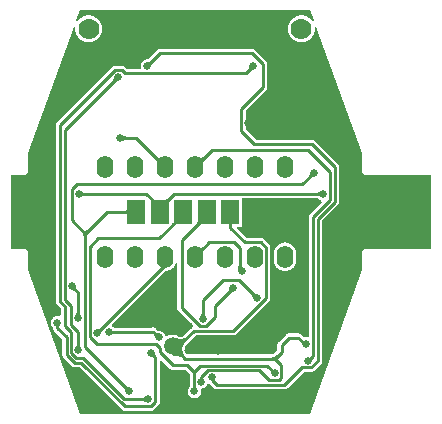
<source format=gbl>
%FSAX44Y44*%
%MOMM*%
G71*
G01*
G75*
G04 Layer_Physical_Order=2*
G04 Layer_Color=16711680*
G04:AMPARAMS|DCode=10|XSize=1mm|YSize=1.1mm|CornerRadius=0mm|HoleSize=0mm|Usage=FLASHONLY|Rotation=225.000|XOffset=0mm|YOffset=0mm|HoleType=Round|Shape=Rectangle|*
%AMROTATEDRECTD10*
4,1,4,-0.0354,0.7425,0.7425,-0.0354,0.0354,-0.7425,-0.7425,0.0354,-0.0354,0.7425,0.0*
%
%ADD10ROTATEDRECTD10*%

%ADD11R,1.0000X1.4000*%
%ADD12R,1.1000X1.0000*%
%ADD13R,1.0000X1.1000*%
G04:AMPARAMS|DCode=14|XSize=0.55mm|YSize=1.5mm|CornerRadius=0mm|HoleSize=0mm|Usage=FLASHONLY|Rotation=45.000|XOffset=0mm|YOffset=0mm|HoleType=Round|Shape=Rectangle|*
%AMROTATEDRECTD14*
4,1,4,0.3359,-0.7248,-0.7248,0.3359,-0.3359,0.7248,0.7248,-0.3359,0.3359,-0.7248,0.0*
%
%ADD14ROTATEDRECTD14*%

G04:AMPARAMS|DCode=15|XSize=0.55mm|YSize=1.5mm|CornerRadius=0mm|HoleSize=0mm|Usage=FLASHONLY|Rotation=315.000|XOffset=0mm|YOffset=0mm|HoleType=Round|Shape=Rectangle|*
%AMROTATEDRECTD15*
4,1,4,-0.7248,-0.3359,0.3359,0.7248,0.7248,0.3359,-0.3359,-0.7248,-0.7248,-0.3359,0.0*
%
%ADD15ROTATEDRECTD15*%

%ADD16R,1.0000X1.0000*%
%ADD17C,0.2286*%
%ADD18C,0.2540*%
%ADD19C,1.7780*%
%ADD20C,1.5000*%
%ADD21O,1.3970X1.9050*%
%ADD22O,1.1000X1.5000*%
%ADD23C,0.6350*%
%ADD24R,1.5000X2.0000*%
G36*
X00708641Y01098934D02*
X00707494Y01098371D01*
X00707372Y01098562D01*
X00706764Y01099354D01*
X00706090Y01100090D01*
X00705354Y01100764D01*
X00704562Y01101372D01*
X00703720Y01101908D01*
X00702835Y01102369D01*
X00701913Y01102751D01*
X00700961Y01103051D01*
X00699987Y01103267D01*
X00698997Y01103398D01*
X00698000Y01103441D01*
X00697003Y01103398D01*
X00696013Y01103267D01*
X00695039Y01103051D01*
X00694087Y01102751D01*
X00693165Y01102369D01*
X00692279Y01101908D01*
X00691438Y01101372D01*
X00690646Y01100764D01*
X00689910Y01100090D01*
X00689236Y01099354D01*
X00688628Y01098562D01*
X00688092Y01097721D01*
X00687631Y01096835D01*
X00687249Y01095913D01*
X00686949Y01094961D01*
X00686733Y01093987D01*
X00686602Y01092997D01*
X00686559Y01092000D01*
X00686602Y01091003D01*
X00686733Y01090013D01*
X00686949Y01089039D01*
X00687249Y01088087D01*
X00687631Y01087165D01*
X00688092Y01086280D01*
X00688628Y01085438D01*
X00689236Y01084646D01*
X00689910Y01083910D01*
X00690646Y01083236D01*
X00691438Y01082628D01*
X00692279Y01082092D01*
X00693165Y01081631D01*
X00694087Y01081249D01*
X00695039Y01080949D01*
X00696013Y01080733D01*
X00697003Y01080603D01*
X00698000Y01080559D01*
X00698997Y01080603D01*
X00699987Y01080733D01*
X00700961Y01080949D01*
X00701913Y01081249D01*
X00702835Y01081631D01*
X00703720Y01082092D01*
X00704562Y01082628D01*
X00705354Y01083236D01*
X00706090Y01083910D01*
X00706764Y01084646D01*
X00707372Y01085438D01*
X00707908Y01086280D01*
X00708369Y01087165D01*
X00708751Y01088087D01*
X00709051Y01089039D01*
X00709267Y01090013D01*
X00709397Y01091003D01*
X00709441Y01092000D01*
X00709397Y01092997D01*
X00709379Y01093133D01*
X00710621Y01093434D01*
X00749177Y00986333D01*
Y00972001D01*
X00749224Y00971403D01*
X00749364Y00970819D01*
X00749594Y00970265D01*
X00749907Y00969753D01*
X00750297Y00969297D01*
X00750753Y00968908D01*
X00751265Y00968594D01*
X00751819Y00968365D01*
X00752402Y00968225D01*
X00753000Y00968177D01*
X00808105D01*
Y00905823D01*
X00753001D01*
X00752403Y00905776D01*
X00751819Y00905636D01*
X00751265Y00905406D01*
X00750754Y00905093D01*
X00750297Y00904703D01*
X00750297Y00904703D01*
X00750297Y00904703D01*
X00749907Y00904246D01*
X00749594Y00903735D01*
X00749364Y00903181D01*
X00749224Y00902597D01*
X00749177Y00901999D01*
Y00887667D01*
X00705313Y00765823D01*
X00510687D01*
X00466823Y00887667D01*
Y00902000D01*
X00466776Y00902598D01*
X00466636Y00903181D01*
X00466406Y00903735D01*
X00466093Y00904247D01*
X00465703Y00904703D01*
X00465247Y00905093D01*
X00464735Y00905406D01*
X00464181Y00905636D01*
X00463598Y00905776D01*
X00463000Y00905823D01*
X00451823D01*
Y00968177D01*
X00463000D01*
X00463598Y00968225D01*
X00464181Y00968365D01*
X00464735Y00968594D01*
X00465247Y00968908D01*
X00465703Y00969297D01*
X00466093Y00969753D01*
X00466406Y00970265D01*
X00466636Y00970819D01*
X00466776Y00971403D01*
X00466823Y00972001D01*
Y00986333D01*
X00505379Y01093433D01*
X00506620Y01093131D01*
X00506603Y01092997D01*
X00506559Y01092000D01*
X00506603Y01091003D01*
X00506733Y01090013D01*
X00506949Y01089039D01*
X00507249Y01088087D01*
X00507631Y01087165D01*
X00508092Y01086280D01*
X00508628Y01085438D01*
X00509236Y01084646D01*
X00509910Y01083910D01*
X00510646Y01083236D01*
X00511438Y01082628D01*
X00512279Y01082092D01*
X00513165Y01081631D01*
X00514087Y01081249D01*
X00515039Y01080949D01*
X00516013Y01080733D01*
X00517003Y01080603D01*
X00518000Y01080559D01*
X00518997Y01080603D01*
X00519987Y01080733D01*
X00520961Y01080949D01*
X00521913Y01081249D01*
X00522835Y01081631D01*
X00523720Y01082092D01*
X00524562Y01082628D01*
X00525354Y01083236D01*
X00526090Y01083910D01*
X00526764Y01084646D01*
X00527372Y01085438D01*
X00527908Y01086280D01*
X00528369Y01087165D01*
X00528751Y01088087D01*
X00529051Y01089039D01*
X00529267Y01090013D01*
X00529397Y01091003D01*
X00529441Y01092000D01*
X00529397Y01092997D01*
X00529267Y01093987D01*
X00529051Y01094961D01*
X00528751Y01095913D01*
X00528369Y01096835D01*
X00527908Y01097721D01*
X00527372Y01098562D01*
X00526764Y01099354D01*
X00526090Y01100090D01*
X00525354Y01100764D01*
X00524562Y01101372D01*
X00523720Y01101908D01*
X00522835Y01102369D01*
X00521913Y01102751D01*
X00520961Y01103051D01*
X00519987Y01103267D01*
X00518997Y01103398D01*
X00518000Y01103441D01*
X00517003Y01103398D01*
X00516013Y01103267D01*
X00515039Y01103051D01*
X00514087Y01102751D01*
X00513165Y01102369D01*
X00512279Y01101908D01*
X00511438Y01101372D01*
X00510646Y01100764D01*
X00509910Y01100090D01*
X00509236Y01099354D01*
X00508628Y01098562D01*
X00508507Y01098372D01*
X00507360Y01098935D01*
X00510687Y01108177D01*
X00705313D01*
X00708641Y01098934D01*
D02*
G37*
%LPC*%
G36*
X00656082Y01074812D02*
X00578358D01*
X00577780Y01074767D01*
X00577216Y01074632D01*
X00576681Y01074410D01*
X00576186Y01074107D01*
X00575746Y01073730D01*
X00568162Y01066146D01*
X00567690Y01066177D01*
X00566942Y01066128D01*
X00566208Y01065982D01*
X00565498Y01065741D01*
X00564826Y01065410D01*
X00564203Y01064994D01*
X00563640Y01064500D01*
X00563146Y01063936D01*
X00562730Y01063314D01*
X00562399Y01062642D01*
X00562158Y01061932D01*
X00562012Y01061198D01*
X00561963Y01060450D01*
X00562012Y01059703D01*
X00562139Y01059064D01*
X00562128Y01058930D01*
X00561245Y01057794D01*
X00550180D01*
X00548520Y01059454D01*
X00548079Y01059831D01*
X00547585Y01060134D01*
X00547050Y01060356D01*
X00546486Y01060491D01*
X00545908Y01060536D01*
X00540330D01*
X00539794Y01060494D01*
X00539752Y01060491D01*
X00539188Y01060356D01*
X00538653Y01060134D01*
X00538159Y01059831D01*
X00537921Y01059628D01*
X00537718Y01059454D01*
X00491418Y01013154D01*
X00491041Y01012713D01*
X00490738Y01012219D01*
X00490516Y01011684D01*
X00490381Y01011120D01*
X00490336Y01010542D01*
Y00860806D01*
X00490381Y00860228D01*
X00490516Y00859664D01*
X00490738Y00859129D01*
X00491041Y00858634D01*
X00491418Y00858194D01*
X00494146Y00855466D01*
Y00849471D01*
X00493010Y00848588D01*
X00492876Y00848577D01*
X00492238Y00848704D01*
X00491490Y00848753D01*
X00490742Y00848704D01*
X00490008Y00848558D01*
X00489298Y00848317D01*
X00488626Y00847986D01*
X00488004Y00847570D01*
X00487440Y00847076D01*
X00486946Y00846513D01*
X00486530Y00845890D01*
X00486199Y00845218D01*
X00485958Y00844508D01*
X00485812Y00843773D01*
X00485763Y00843026D01*
X00485812Y00842279D01*
X00485958Y00841544D01*
X00486199Y00840834D01*
X00486530Y00840162D01*
X00486946Y00839539D01*
X00487440Y00838976D01*
X00487799Y00838661D01*
X00487841Y00838130D01*
X00487976Y00837566D01*
X00488198Y00837031D01*
X00488501Y00836536D01*
X00488878Y00836096D01*
X00495670Y00829304D01*
Y00815660D01*
X00495715Y00815082D01*
X00495850Y00814518D01*
X00496072Y00813983D01*
X00496375Y00813488D01*
X00496752Y00813048D01*
X00503422Y00806378D01*
X00503862Y00806001D01*
X00504357Y00805698D01*
X00504892Y00805476D01*
X00505456Y00805341D01*
X00506034Y00805296D01*
X00510280D01*
X00546028Y00769548D01*
X00546469Y00769171D01*
X00546963Y00768868D01*
X00547498Y00768646D01*
X00548062Y00768511D01*
X00548640Y00768466D01*
X00570484D01*
X00571062Y00768511D01*
X00571626Y00768646D01*
X00572161Y00768868D01*
X00572655Y00769171D01*
X00573096Y00769548D01*
X00577160Y00773612D01*
X00577537Y00774053D01*
X00577840Y00774547D01*
X00578062Y00775082D01*
X00578197Y00775646D01*
X00578242Y00776224D01*
Y00810881D01*
X00579416Y00811367D01*
X00586395Y00804388D01*
X00586836Y00804011D01*
X00587330Y00803708D01*
X00587866Y00803486D01*
X00588429Y00803351D01*
X00589007Y00803306D01*
X00599646D01*
X00603464Y00799488D01*
Y00788822D01*
X00603024Y00788321D01*
X00602608Y00787698D01*
X00602277Y00787026D01*
X00602036Y00786316D01*
X00601890Y00785582D01*
X00601841Y00784834D01*
X00601890Y00784087D01*
X00602036Y00783352D01*
X00602277Y00782642D01*
X00602608Y00781970D01*
X00603024Y00781348D01*
X00603518Y00780784D01*
X00604081Y00780290D01*
X00604704Y00779874D01*
X00605376Y00779543D01*
X00606086Y00779302D01*
X00606820Y00779156D01*
X00607568Y00779107D01*
X00608316Y00779156D01*
X00609050Y00779302D01*
X00609760Y00779543D01*
X00610432Y00779874D01*
X00611054Y00780290D01*
X00611618Y00780784D01*
X00612112Y00781348D01*
X00612528Y00781970D01*
X00612859Y00782642D01*
X00613100Y00783352D01*
X00613246Y00784087D01*
X00613295Y00784834D01*
X00613246Y00785582D01*
X00613161Y00786011D01*
X00613488Y00786741D01*
X00614078Y00787387D01*
X00614482Y00787468D01*
X00615192Y00787709D01*
X00615864Y00788040D01*
X00616487Y00788456D01*
X00617050Y00788950D01*
X00617544Y00789513D01*
X00617960Y00790136D01*
X00618291Y00790808D01*
X00618366Y00791028D01*
X00618448Y00791136D01*
X00619482Y00791660D01*
X00619788Y00791706D01*
X00619861Y00791691D01*
X00619915Y00791673D01*
X00623752Y00787836D01*
X00623955Y00787662D01*
X00624193Y00787459D01*
X00624687Y00787156D01*
X00625222Y00786934D01*
X00625786Y00786799D01*
X00625828Y00786796D01*
X00626364Y00786754D01*
X00683768D01*
X00684346Y00786799D01*
X00684910Y00786934D01*
X00685445Y00787156D01*
X00685939Y00787459D01*
X00686380Y00787836D01*
X00700008Y00801464D01*
X00706420D01*
X00706998Y00801509D01*
X00707561Y00801644D01*
X00708097Y00801866D01*
X00708591Y00802169D01*
X00709032Y00802546D01*
X00714738Y00808251D01*
X00715114Y00808692D01*
X00715417Y00809186D01*
X00715639Y00809722D01*
X00715774Y00810286D01*
X00715820Y00810864D01*
Y00929595D01*
X00728798Y00942574D01*
X00729175Y00943015D01*
X00729478Y00943509D01*
X00729700Y00944044D01*
X00729835Y00944608D01*
X00729880Y00945186D01*
Y00975106D01*
X00729835Y00975684D01*
X00729700Y00976248D01*
X00729478Y00976783D01*
X00729175Y00977278D01*
X00728798Y00977718D01*
X00709748Y00996768D01*
X00709307Y00997145D01*
X00708813Y00997448D01*
X00708278Y00997670D01*
X00707714Y00997805D01*
X00707136Y00997850D01*
X00659898D01*
X00650886Y01006862D01*
Y01022598D01*
X00668092Y01039804D01*
X00668469Y01040245D01*
X00668772Y01040739D01*
X00668994Y01041274D01*
X00669129Y01041838D01*
X00669174Y01042416D01*
Y01061720D01*
X00669129Y01062298D01*
X00668994Y01062862D01*
X00668772Y01063397D01*
X00668469Y01063892D01*
X00668092Y01064332D01*
X00658694Y01073730D01*
X00658253Y01074107D01*
X00657759Y01074410D01*
X00657224Y01074632D01*
X00656660Y01074767D01*
X00656082Y01074812D01*
D02*
G37*
%LPD*%
G36*
X00615837Y00850717D02*
X00615879Y00850420D01*
X00615949Y00850114D01*
X00616046Y00849799D01*
X00616172Y00849476D01*
X00616326Y00849144D01*
X00616507Y00848802D01*
X00616954Y00848093D01*
X00617220Y00847725D01*
X00612140D01*
X00612406Y00848093D01*
X00612853Y00848802D01*
X00613034Y00849144D01*
X00613188Y00849476D01*
X00613313Y00849799D01*
X00613411Y00850114D01*
X00613481Y00850420D01*
X00613523Y00850717D01*
X00613537Y00851005D01*
X00615823D01*
X00615837Y00850717D01*
D02*
G37*
G36*
X00510173Y00851733D02*
X00510215Y00851436D01*
X00510285Y00851130D01*
X00510382Y00850816D01*
X00510508Y00850492D01*
X00510662Y00850160D01*
X00510843Y00849818D01*
X00511290Y00849109D01*
X00511556Y00848741D01*
X00506476D01*
X00506742Y00849109D01*
X00507189Y00849818D01*
X00507370Y00850160D01*
X00507524Y00850492D01*
X00507649Y00850816D01*
X00507747Y00851130D01*
X00507817Y00851436D01*
X00507859Y00851733D01*
X00507873Y00852021D01*
X00510159D01*
X00510173Y00851733D01*
D02*
G37*
G36*
X00529238Y00836740D02*
X00529045Y00836526D01*
X00528864Y00836287D01*
X00528698Y00836021D01*
X00528544Y00835730D01*
X00528404Y00835412D01*
X00528278Y00835068D01*
X00528165Y00834699D01*
X00527980Y00833881D01*
X00527907Y00833434D01*
X00524315Y00837025D01*
X00524763Y00837098D01*
X00525581Y00837283D01*
X00525950Y00837396D01*
X00526294Y00837522D01*
X00526612Y00837662D01*
X00526903Y00837815D01*
X00527169Y00837982D01*
X00527408Y00838163D01*
X00527622Y00838356D01*
X00529238Y00836740D01*
D02*
G37*
G36*
X00492831Y00840134D02*
X00492790Y00840074D01*
X00492753Y00839989D01*
X00492721Y00839879D01*
X00492694Y00839745D01*
X00492672Y00839587D01*
X00492643Y00839196D01*
X00492633Y00838708D01*
X00490347D01*
X00490345Y00838964D01*
X00490286Y00839745D01*
X00490259Y00839879D01*
X00490227Y00839989D01*
X00490190Y00840074D01*
X00490149Y00840134D01*
X00490102Y00840170D01*
X00492878D01*
X00492831Y00840134D01*
D02*
G37*
G36*
X00506898Y00873761D02*
X00507083Y00872943D01*
X00507196Y00872574D01*
X00507322Y00872230D01*
X00507462Y00871912D01*
X00507616Y00871621D01*
X00507782Y00871355D01*
X00507963Y00871116D01*
X00508156Y00870902D01*
X00506540Y00869286D01*
X00506326Y00869479D01*
X00506087Y00869660D01*
X00505821Y00869827D01*
X00505530Y00869980D01*
X00505212Y00870120D01*
X00504868Y00870246D01*
X00504499Y00870359D01*
X00503681Y00870544D01*
X00503233Y00870617D01*
X00506825Y00874209D01*
X00506898Y00873761D01*
D02*
G37*
G36*
X00647084Y00891487D02*
X00647142Y00891194D01*
X00647239Y00890915D01*
X00647374Y00890650D01*
X00647549Y00890400D01*
X00647761Y00890163D01*
X00648013Y00889941D01*
X00648303Y00889732D01*
X00648632Y00889538D01*
X00648999Y00889357D01*
X00644660Y00887376D01*
X00644682Y00887486D01*
X00644703Y00887660D01*
X00644736Y00888195D01*
X00644779Y00891313D01*
X00647065Y00891793D01*
X00647084Y00891487D01*
D02*
G37*
G36*
X00657502Y00868389D02*
X00657741Y00868208D01*
X00658007Y00868042D01*
X00658298Y00867888D01*
X00658616Y00867748D01*
X00658960Y00867622D01*
X00659329Y00867509D01*
X00660147Y00867324D01*
X00660595Y00867251D01*
X00657003Y00863659D01*
X00656930Y00864107D01*
X00656745Y00864925D01*
X00656632Y00865294D01*
X00656506Y00865638D01*
X00656366Y00865956D01*
X00656212Y00866247D01*
X00656046Y00866513D01*
X00655865Y00866752D01*
X00655672Y00866966D01*
X00657288Y00868582D01*
X00657502Y00868389D01*
D02*
G37*
G36*
X00640783Y00869347D02*
X00640335Y00869274D01*
X00639517Y00869089D01*
X00639148Y00868976D01*
X00638804Y00868850D01*
X00638486Y00868710D01*
X00638195Y00868557D01*
X00637929Y00868390D01*
X00637690Y00868209D01*
X00637476Y00868016D01*
X00635860Y00869632D01*
X00636053Y00869846D01*
X00636234Y00870085D01*
X00636400Y00870351D01*
X00636554Y00870642D01*
X00636694Y00870960D01*
X00636820Y00871304D01*
X00636933Y00871673D01*
X00637118Y00872491D01*
X00637191Y00872939D01*
X00640783Y00869347D01*
D02*
G37*
G36*
X00592952Y00893276D02*
Y00855592D01*
X00592997Y00855014D01*
X00593132Y00854451D01*
X00593354Y00853915D01*
X00593657Y00853421D01*
X00594034Y00852980D01*
X00605982Y00841032D01*
X00605869Y00840099D01*
X00605613Y00839605D01*
X00605263Y00839460D01*
X00604768Y00839157D01*
X00604328Y00838780D01*
X00596667Y00831120D01*
X00596555Y00831115D01*
X00595755Y00831135D01*
X00594980Y00831233D01*
X00594865Y00831318D01*
X00594019Y00831825D01*
X00593127Y00832247D01*
X00592198Y00832579D01*
X00591241Y00832819D01*
X00590265Y00832964D01*
X00589280Y00833012D01*
X00588295Y00832964D01*
X00587319Y00832819D01*
X00586362Y00832579D01*
X00585433Y00832247D01*
X00584542Y00831825D01*
X00584175Y00831605D01*
X00582942Y00832012D01*
X00582744Y00832194D01*
X00582548Y00832772D01*
X00582217Y00833444D01*
X00581800Y00834066D01*
X00581306Y00834630D01*
X00580743Y00835124D01*
X00580120Y00835540D01*
X00579448Y00835871D01*
X00578739Y00836112D01*
X00578004Y00836258D01*
X00577257Y00836307D01*
X00576785Y00836276D01*
X00575043Y00838018D01*
X00574602Y00838395D01*
X00574108Y00838698D01*
X00573572Y00838920D01*
X00573009Y00839055D01*
X00572431Y00839100D01*
X00571853Y00839055D01*
X00571289Y00838920D01*
X00570753Y00838698D01*
X00570748Y00838694D01*
X00539361D01*
X00539050Y00839050D01*
X00538487Y00839544D01*
X00537864Y00839960D01*
X00537863Y00839960D01*
X00537550Y00841444D01*
X00582948Y00886841D01*
X00583535Y00886870D01*
X00584460Y00887007D01*
X00585368Y00887235D01*
X00586249Y00887550D01*
X00587095Y00887950D01*
X00587898Y00888431D01*
X00588650Y00888989D01*
X00589343Y00889617D01*
X00589972Y00890311D01*
X00590529Y00891062D01*
X00591010Y00891865D01*
X00591410Y00892711D01*
X00591726Y00893592D01*
X00592952Y00893276D01*
D02*
G37*
G36*
X00678987Y00814163D02*
X00678696Y00813839D01*
X00678469Y00813516D01*
X00678308Y00813193D01*
X00678211Y00812869D01*
X00678178Y00812546D01*
X00678211Y00812223D01*
X00678308Y00811899D01*
X00678469Y00811576D01*
X00678696Y00811253D01*
X00678987Y00810929D01*
X00676897Y00809787D01*
X00676567Y00810094D01*
X00676223Y00810368D01*
X00675867Y00810611D01*
X00675497Y00810821D01*
X00675113Y00810999D01*
X00674716Y00811144D01*
X00674306Y00811257D01*
X00673882Y00811338D01*
X00673445Y00811387D01*
X00672994Y00811403D01*
Y00813689D01*
X00673445Y00813705D01*
X00673882Y00813754D01*
X00674306Y00813835D01*
X00674716Y00813948D01*
X00675113Y00814093D01*
X00675497Y00814271D01*
X00675867Y00814481D01*
X00676223Y00814724D01*
X00676567Y00814998D01*
X00676897Y00815305D01*
X00678987Y00814163D01*
D02*
G37*
G36*
X00573625Y00817759D02*
X00573811Y00816941D01*
X00573924Y00816572D01*
X00574050Y00816228D01*
X00574190Y00815910D01*
X00574343Y00815619D01*
X00574510Y00815353D01*
X00574690Y00815114D01*
X00574884Y00814900D01*
X00573268Y00813284D01*
X00573054Y00813477D01*
X00572815Y00813658D01*
X00572549Y00813825D01*
X00572257Y00813978D01*
X00571940Y00814118D01*
X00571596Y00814244D01*
X00571227Y00814357D01*
X00570409Y00814542D01*
X00569961Y00814615D01*
X00573553Y00818207D01*
X00573625Y00817759D01*
D02*
G37*
G36*
X00566293Y00775716D02*
X00565925Y00775982D01*
X00565216Y00776429D01*
X00564874Y00776610D01*
X00564542Y00776764D01*
X00564218Y00776889D01*
X00563904Y00776987D01*
X00563598Y00777057D01*
X00563301Y00777099D01*
X00563013Y00777113D01*
Y00779399D01*
X00563301Y00779413D01*
X00563598Y00779455D01*
X00563904Y00779525D01*
X00564218Y00779622D01*
X00564542Y00779748D01*
X00564874Y00779902D01*
X00565216Y00780083D01*
X00565925Y00780530D01*
X00566293Y00780796D01*
Y00775716D01*
D02*
G37*
G36*
X00549806Y00789141D02*
X00550045Y00788960D01*
X00550311Y00788793D01*
X00550602Y00788640D01*
X00550920Y00788500D01*
X00551264Y00788374D01*
X00551633Y00788261D01*
X00552451Y00788076D01*
X00552898Y00788003D01*
X00549307Y00784411D01*
X00549234Y00784859D01*
X00549049Y00785677D01*
X00548936Y00786046D01*
X00548810Y00786390D01*
X00548670Y00786708D01*
X00548517Y00786999D01*
X00548350Y00787265D01*
X00548169Y00787504D01*
X00547976Y00787718D01*
X00549592Y00789334D01*
X00549806Y00789141D01*
D02*
G37*
G36*
X00574612Y00834861D02*
X00574852Y00834680D01*
X00575117Y00834513D01*
X00575409Y00834360D01*
X00575727Y00834220D01*
X00576070Y00834094D01*
X00576440Y00833981D01*
X00577257Y00833796D01*
X00577705Y00833723D01*
X00574114Y00830132D01*
X00574041Y00830579D01*
X00573856Y00831397D01*
X00573743Y00831766D01*
X00573616Y00832110D01*
X00573476Y00832428D01*
X00573323Y00832719D01*
X00573156Y00832985D01*
X00572976Y00833224D01*
X00572782Y00833438D01*
X00574399Y00835054D01*
X00574612Y00834861D01*
D02*
G37*
G36*
X00712450Y00947942D02*
X00713013Y00947448D01*
X00713636Y00947032D01*
X00714308Y00946701D01*
X00715018Y00946460D01*
X00715045Y00946454D01*
X00715463Y00945076D01*
X00705388Y00935001D01*
X00705011Y00934560D01*
X00704708Y00934065D01*
X00704486Y00933530D01*
X00704351Y00932966D01*
X00704306Y00932388D01*
Y00831594D01*
X00704011Y00831214D01*
X00703036Y00830621D01*
X00702747Y00830678D01*
X00702000Y00830727D01*
X00701252Y00830678D01*
X00700558Y00830540D01*
X00698160Y00832938D01*
X00697719Y00833315D01*
X00697225Y00833618D01*
X00696690Y00833840D01*
X00696126Y00833975D01*
X00695548Y00834020D01*
X00687444D01*
X00686866Y00833975D01*
X00686302Y00833840D01*
X00685767Y00833618D01*
X00685273Y00833315D01*
X00684832Y00832938D01*
X00678736Y00826842D01*
X00678359Y00826402D01*
X00678056Y00825907D01*
X00677835Y00825372D01*
X00677699Y00824808D01*
X00677654Y00824230D01*
Y00819671D01*
X00674223Y00816240D01*
X00601224D01*
X00599413Y00818052D01*
X00598955Y00820267D01*
X00599139Y00820999D01*
X00599284Y00821975D01*
X00599332Y00822960D01*
X00599317Y00823277D01*
X00599359Y00823363D01*
X00608470Y00832474D01*
X00640588D01*
X00641166Y00832519D01*
X00641730Y00832654D01*
X00642265Y00832876D01*
X00642759Y00833179D01*
X00643200Y00833556D01*
X00671064Y00861420D01*
X00671441Y00861860D01*
X00671743Y00862355D01*
X00671965Y00862890D01*
X00672101Y00863454D01*
X00672146Y00864032D01*
Y00906272D01*
X00672104Y00906808D01*
X00672101Y00906850D01*
X00671965Y00907414D01*
X00671743Y00907949D01*
X00671441Y00908444D01*
X00671237Y00908681D01*
X00671064Y00908884D01*
X00666244Y00913705D01*
X00665803Y00914081D01*
X00665309Y00914384D01*
X00664773Y00914606D01*
X00664209Y00914741D01*
X00663631Y00914787D01*
X00651770D01*
X00643270Y00923287D01*
X00643756Y00924460D01*
X00648039D01*
Y00948298D01*
X00712139D01*
X00712450Y00947942D01*
D02*
G37*
G36*
X00510173Y00824555D02*
X00510215Y00824258D01*
X00510285Y00823952D01*
X00510382Y00823637D01*
X00510508Y00823314D01*
X00510662Y00822982D01*
X00510843Y00822640D01*
X00511290Y00821931D01*
X00511556Y00821563D01*
X00506476D01*
X00506742Y00821931D01*
X00507189Y00822640D01*
X00507370Y00822982D01*
X00507524Y00823314D01*
X00507649Y00823637D01*
X00507747Y00823952D01*
X00507817Y00824258D01*
X00507859Y00824555D01*
X00507873Y00824843D01*
X00510159D01*
X00510173Y00824555D01*
D02*
G37*
G36*
X00600376Y00827988D02*
X00600070Y00827644D01*
X00599739Y00827200D01*
X00599383Y00826657D01*
X00598596Y00825270D01*
X00597710Y00823485D01*
X00597040Y00821969D01*
X00598095Y00816860D01*
X00598330Y00816144D01*
X00598566Y00815565D01*
X00598804Y00815122D01*
X00599042Y00814815D01*
X00597425Y00813198D01*
X00597118Y00813436D01*
X00596675Y00813674D01*
X00596096Y00813910D01*
X00595380Y00814145D01*
X00593539Y00814613D01*
X00591152Y00815076D01*
X00588220Y00815535D01*
X00595004Y00822318D01*
X00590789Y00830307D01*
X00592171Y00830041D01*
X00595640Y00829607D01*
X00596569Y00829582D01*
X00597386Y00829618D01*
X00598089Y00829715D01*
X00598680Y00829871D01*
X00599156Y00830088D01*
X00599520Y00830365D01*
X00600376Y00827988D01*
D02*
G37*
G36*
X00583581Y00889500D02*
X00583321Y00889541D01*
X00583047Y00889535D01*
X00582758Y00889483D01*
X00582454Y00889385D01*
X00582135Y00889241D01*
X00581801Y00889050D01*
X00581453Y00888812D01*
X00581090Y00888528D01*
X00580712Y00888198D01*
X00580320Y00887821D01*
X00577817Y00888551D01*
X00578170Y00888920D01*
X00578459Y00889258D01*
X00578683Y00889563D01*
X00578843Y00889837D01*
X00578939Y00890079D01*
X00578970Y00890288D01*
X00578937Y00890466D01*
X00578840Y00890612D01*
X00578678Y00890725D01*
X00578452Y00890807D01*
X00583581Y00889500D01*
D02*
G37*
G36*
X00709109Y00966629D02*
X00708661Y00966556D01*
X00707843Y00966371D01*
X00707474Y00966258D01*
X00707130Y00966132D01*
X00706812Y00965992D01*
X00706521Y00965838D01*
X00706255Y00965672D01*
X00706016Y00965491D01*
X00705802Y00965298D01*
X00704186Y00966914D01*
X00704379Y00967128D01*
X00704560Y00967367D01*
X00704726Y00967633D01*
X00704880Y00967924D01*
X00705020Y00968242D01*
X00705146Y00968586D01*
X00705259Y00968955D01*
X00705444Y00969773D01*
X00705517Y00970221D01*
X00709109Y00966629D01*
D02*
G37*
G36*
X00575984Y00983349D02*
X00576316Y00983065D01*
X00576623Y00982838D01*
X00576905Y00982670D01*
X00577161Y00982559D01*
X00577392Y00982505D01*
X00577597Y00982510D01*
X00577776Y00982572D01*
X00577930Y00982693D01*
X00578058Y00982871D01*
X00575751Y00978744D01*
X00575840Y00978956D01*
X00575881Y00979186D01*
X00575872Y00979433D01*
X00575815Y00979697D01*
X00575708Y00979978D01*
X00575552Y00980277D01*
X00575348Y00980593D01*
X00575094Y00980926D01*
X00574792Y00981276D01*
X00574440Y00981644D01*
X00575626Y00983691D01*
X00575984Y00983349D01*
D02*
G37*
G36*
X00511797Y00954266D02*
X00512506Y00953819D01*
X00512848Y00953638D01*
X00513180Y00953484D01*
X00513503Y00953359D01*
X00513818Y00953261D01*
X00514124Y00953191D01*
X00514421Y00953149D01*
X00514709Y00953135D01*
Y00950849D01*
X00514421Y00950835D01*
X00514124Y00950793D01*
X00513818Y00950723D01*
X00513503Y00950626D01*
X00513180Y00950500D01*
X00512848Y00950346D01*
X00512506Y00950165D01*
X00511797Y00949718D01*
X00511429Y00949452D01*
Y00954532D01*
X00511797Y00954266D01*
D02*
G37*
G36*
X00714595Y00949452D02*
X00714227Y00949718D01*
X00713518Y00950165D01*
X00713176Y00950346D01*
X00712844Y00950500D01*
X00712520Y00950626D01*
X00712206Y00950723D01*
X00711900Y00950793D01*
X00711603Y00950835D01*
X00711315Y00950849D01*
Y00953135D01*
X00711603Y00953149D01*
X00711900Y00953191D01*
X00712206Y00953261D01*
X00712520Y00953359D01*
X00712844Y00953484D01*
X00713176Y00953638D01*
X00713518Y00953819D01*
X00714227Y00954266D01*
X00714595Y00954532D01*
Y00949452D01*
D02*
G37*
G36*
X00616160Y00981644D02*
X00615808Y00981276D01*
X00615252Y00980593D01*
X00615047Y00980277D01*
X00614892Y00979978D01*
X00614785Y00979697D01*
X00614727Y00979433D01*
X00614719Y00979186D01*
X00614759Y00978956D01*
X00614849Y00978744D01*
X00612541Y00982871D01*
X00612670Y00982693D01*
X00612824Y00982572D01*
X00613003Y00982510D01*
X00613208Y00982505D01*
X00613438Y00982559D01*
X00613695Y00982670D01*
X00613976Y00982838D01*
X00614283Y00983065D01*
X00614616Y00983349D01*
X00614974Y00983691D01*
X00616160Y00981644D01*
D02*
G37*
G36*
X00657851Y01057357D02*
X00657403Y01057285D01*
X00656586Y01057099D01*
X00656216Y01056986D01*
X00655872Y01056860D01*
X00655555Y01056720D01*
X00655263Y01056567D01*
X00654997Y01056400D01*
X00654758Y01056220D01*
X00654544Y01056026D01*
X00652928Y01057642D01*
X00653122Y01057856D01*
X00653302Y01058095D01*
X00653469Y01058361D01*
X00653622Y01058653D01*
X00653762Y01058970D01*
X00653888Y01059314D01*
X00654001Y01059684D01*
X00654187Y01060501D01*
X00654259Y01060949D01*
X00657851Y01057357D01*
D02*
G37*
G36*
X00572164Y01063308D02*
X00571971Y01063094D01*
X00571790Y01062855D01*
X00571623Y01062589D01*
X00571470Y01062298D01*
X00571330Y01061980D01*
X00571204Y01061636D01*
X00571091Y01061267D01*
X00570906Y01060449D01*
X00570833Y01060001D01*
X00567241Y01063593D01*
X00567689Y01063666D01*
X00568507Y01063851D01*
X00568876Y01063964D01*
X00569220Y01064090D01*
X00569538Y01064230D01*
X00569829Y01064383D01*
X00570095Y01064550D01*
X00570334Y01064731D01*
X00570548Y01064924D01*
X00572164Y01063308D01*
D02*
G37*
G36*
X00547103Y01001764D02*
X00547812Y01001317D01*
X00548154Y01001136D01*
X00548486Y01000982D01*
X00548810Y01000856D01*
X00549124Y01000759D01*
X00549430Y01000689D01*
X00549727Y01000647D01*
X00550015Y01000633D01*
Y00998347D01*
X00549727Y00998333D01*
X00549430Y00998291D01*
X00549124Y00998221D01*
X00548810Y00998123D01*
X00548486Y00997998D01*
X00548154Y00997844D01*
X00547812Y00997663D01*
X00547103Y00997216D01*
X00546735Y00996950D01*
Y01002030D01*
X00547103Y01001764D01*
D02*
G37*
G36*
X00543199Y01047857D02*
X00542751Y01047784D01*
X00541933Y01047599D01*
X00541564Y01047486D01*
X00541220Y01047360D01*
X00540902Y01047220D01*
X00540611Y01047066D01*
X00540345Y01046900D01*
X00540106Y01046719D01*
X00539892Y01046526D01*
X00538276Y01048142D01*
X00538469Y01048356D01*
X00538650Y01048595D01*
X00538816Y01048861D01*
X00538970Y01049152D01*
X00539110Y01049470D01*
X00539236Y01049814D01*
X00539349Y01050183D01*
X00539534Y01051001D01*
X00539607Y01051449D01*
X00543199Y01047857D01*
D02*
G37*
G36*
X00640069Y00927038D02*
X00639874Y00926969D01*
X00639703Y00926853D01*
X00639554Y00926691D01*
X00639428Y00926482D01*
X00639326Y00926227D01*
X00639246Y00925926D01*
X00639188Y00925579D01*
X00639154Y00925185D01*
X00639143Y00924745D01*
X00636857D01*
X00636845Y00925185D01*
X00636811Y00925579D01*
X00636754Y00925926D01*
X00636674Y00926227D01*
X00636571Y00926482D01*
X00636445Y00926691D01*
X00636297Y00926853D01*
X00636125Y00926969D01*
X00635931Y00927038D01*
X00635714Y00927061D01*
X00640286D01*
X00640069Y00927038D01*
D02*
G37*
G36*
X00593714Y00927061D02*
X00593541Y00927190D01*
X00593334Y00927253D01*
X00593095Y00927251D01*
X00592822Y00927184D01*
X00592515Y00927052D01*
X00592175Y00926855D01*
X00591801Y00926592D01*
X00591395Y00926265D01*
X00590481Y00925414D01*
X00588913Y00927080D01*
X00589367Y00927549D01*
X00590081Y00928391D01*
X00590342Y00928763D01*
X00590539Y00929102D01*
X00590672Y00929409D01*
X00590740Y00929684D01*
X00590744Y00929926D01*
X00590685Y00930136D01*
X00590560Y00930313D01*
X00593714Y00927061D01*
D02*
G37*
G36*
X00616160Y00905444D02*
X00615808Y00905076D01*
X00615252Y00904393D01*
X00615047Y00904077D01*
X00614892Y00903778D01*
X00614785Y00903497D01*
X00614727Y00903233D01*
X00614719Y00902986D01*
X00614759Y00902756D01*
X00614849Y00902544D01*
X00612541Y00906671D01*
X00612670Y00906493D01*
X00612824Y00906373D01*
X00613003Y00906310D01*
X00613208Y00906305D01*
X00613438Y00906359D01*
X00613695Y00906470D01*
X00613976Y00906638D01*
X00614283Y00906865D01*
X00614616Y00907149D01*
X00614974Y00907491D01*
X00616160Y00905444D01*
D02*
G37*
G36*
X00517617Y00919607D02*
X00517310Y00919277D01*
X00517035Y00918934D01*
X00516793Y00918577D01*
X00516583Y00918207D01*
X00516405Y00917823D01*
X00516260Y00917426D01*
X00516147Y00917016D01*
X00516066Y00916592D01*
X00516017Y00916155D01*
X00516001Y00915704D01*
X00513715D01*
X00513699Y00916155D01*
X00513650Y00916592D01*
X00513569Y00917016D01*
X00513456Y00917426D01*
X00513311Y00917823D01*
X00513133Y00918207D01*
X00512923Y00918577D01*
X00512681Y00918934D01*
X00512406Y00919277D01*
X00512099Y00919607D01*
X00513242Y00921697D01*
X00513565Y00921406D01*
X00513888Y00921180D01*
X00514211Y00921018D01*
X00514535Y00920921D01*
X00514858Y00920889D01*
X00515181Y00920921D01*
X00515505Y00921018D01*
X00515828Y00921180D01*
X00516151Y00921406D01*
X00516474Y00921697D01*
X00517617Y00919607D01*
D02*
G37*
G36*
X00572355Y00948197D02*
X00573111Y00947571D01*
X00573461Y00947334D01*
X00573793Y00947147D01*
X00574108Y00947011D01*
X00574404Y00946925D01*
X00574682Y00946889D01*
X00574941Y00946904D01*
X00575183Y00946970D01*
X00570530Y00945157D01*
X00570723Y00945271D01*
X00570838Y00945431D01*
X00570873Y00945638D01*
X00570830Y00945892D01*
X00570708Y00946192D01*
X00570507Y00946538D01*
X00570227Y00946932D01*
X00569868Y00947371D01*
X00568913Y00948390D01*
X00571950Y00948586D01*
X00572355Y00948197D01*
D02*
G37*
G36*
X00587085Y00947419D02*
X00586613Y00946930D01*
X00585874Y00946062D01*
X00585609Y00945684D01*
X00585413Y00945342D01*
X00585286Y00945037D01*
X00585228Y00944769D01*
X00585239Y00944538D01*
X00585320Y00944344D01*
X00585469Y00944186D01*
X00581787Y00946970D01*
X00581985Y00946861D01*
X00582211Y00946812D01*
X00582464Y00946823D01*
X00582746Y00946894D01*
X00583055Y00947026D01*
X00583392Y00947218D01*
X00583758Y00947469D01*
X00584151Y00947782D01*
X00584571Y00948154D01*
X00585020Y00948586D01*
X00587085Y00947419D01*
D02*
G37*
G36*
X00614034Y00927061D02*
X00613846Y00927175D01*
X00613629Y00927228D01*
X00613381Y00927218D01*
X00613103Y00927146D01*
X00612795Y00927012D01*
X00612457Y00926817D01*
X00612088Y00926559D01*
X00611689Y00926239D01*
X00610801Y00925414D01*
X00608913Y00926760D01*
X00609381Y00927244D01*
X00610115Y00928104D01*
X00610380Y00928481D01*
X00610579Y00928822D01*
X00610710Y00929127D01*
X00610774Y00929397D01*
X00610770Y00929631D01*
X00610699Y00929830D01*
X00610560Y00929993D01*
X00614034Y00927061D01*
D02*
G37*
G36*
X00550560Y00934466D02*
X00550537Y00934683D01*
X00550468Y00934877D01*
X00550352Y00935049D01*
X00550190Y00935198D01*
X00549981Y00935323D01*
X00549726Y00935426D01*
X00549425Y00935506D01*
X00549078Y00935563D01*
X00548684Y00935598D01*
X00548244Y00935609D01*
Y00937895D01*
X00548684Y00937906D01*
X00549078Y00937941D01*
X00549425Y00937998D01*
X00549726Y00938078D01*
X00549981Y00938181D01*
X00550190Y00938307D01*
X00550352Y00938455D01*
X00550468Y00938626D01*
X00550537Y00938821D01*
X00550560Y00939038D01*
Y00934466D01*
D02*
G37*
%LPC*%
G36*
X00684200Y00910977D02*
X00683265Y00910931D01*
X00682339Y00910794D01*
X00681432Y00910566D01*
X00680550Y00910251D01*
X00679704Y00909851D01*
X00678902Y00909370D01*
X00678150Y00908812D01*
X00677457Y00908184D01*
X00676828Y00907490D01*
X00676271Y00906739D01*
X00675789Y00905936D01*
X00675389Y00905090D01*
X00675074Y00904209D01*
X00674847Y00903301D01*
X00674709Y00902375D01*
X00674663Y00901440D01*
Y00896360D01*
X00674709Y00895426D01*
X00674847Y00894500D01*
X00675074Y00893592D01*
X00675389Y00892711D01*
X00675789Y00891865D01*
X00676271Y00891062D01*
X00676828Y00890311D01*
X00677457Y00889617D01*
X00678150Y00888989D01*
X00678902Y00888431D01*
X00679704Y00887950D01*
X00680550Y00887550D01*
X00681432Y00887235D01*
X00682339Y00887007D01*
X00683265Y00886870D01*
X00684200Y00886824D01*
X00685135Y00886870D01*
X00686060Y00887007D01*
X00686968Y00887235D01*
X00687849Y00887550D01*
X00688695Y00887950D01*
X00689498Y00888431D01*
X00690250Y00888989D01*
X00690943Y00889617D01*
X00691572Y00890311D01*
X00692129Y00891062D01*
X00692610Y00891865D01*
X00693010Y00892711D01*
X00693326Y00893592D01*
X00693553Y00894500D01*
X00693690Y00895426D01*
X00693736Y00896360D01*
Y00901440D01*
X00693690Y00902375D01*
X00693553Y00903301D01*
X00693326Y00904209D01*
X00693010Y00905090D01*
X00692610Y00905936D01*
X00692129Y00906739D01*
X00691572Y00907490D01*
X00690943Y00908184D01*
X00690250Y00908812D01*
X00689498Y00909370D01*
X00688695Y00909851D01*
X00687849Y00910251D01*
X00686968Y00910566D01*
X00686060Y00910794D01*
X00685135Y00910931D01*
X00684200Y00910977D01*
D02*
G37*
%LPD*%
D17*
X00612652Y00806652D02*
X00668834D01*
X00611688Y00805688D02*
X00612652Y00806652D01*
X00668834D02*
X00675386Y00800100D01*
X00613000Y00796642D02*
X00619200Y00802842D01*
X00662230D01*
X00670814Y00794258D01*
X00601176Y00807000D02*
X00607088Y00801088D01*
X00589007Y00807000D02*
X00601176D01*
X00578168Y00817839D02*
X00589007Y00807000D01*
X00622000Y00794812D02*
Y00797000D01*
Y00794812D02*
X00626364Y00790448D01*
X00607088Y00801088D02*
X00607158Y00801018D01*
Y00785244D02*
Y00801018D01*
Y00785244D02*
X00607568Y00784834D01*
X00607088Y00801088D02*
X00611688Y00805688D01*
X00613000Y00793000D02*
Y00796642D01*
X00535000Y00835000D02*
X00572025D01*
X00572431Y00835406D01*
X00524764Y00833882D02*
X00582600Y00891718D01*
X00708000Y00815000D02*
Y00932388D01*
X00722342Y00946730D01*
Y00970822D01*
X00726186Y00945186D02*
Y00975106D01*
X00712125Y00931125D02*
X00726186Y00945186D01*
X00712125Y00810864D02*
Y00931125D01*
X00704000Y00811000D02*
X00708000Y00815000D01*
X00706420Y00805158D02*
X00712125Y00810864D01*
X00700874Y00825000D02*
X00702000D01*
X00695548Y00830326D02*
X00700874Y00825000D01*
X00698478Y00805158D02*
X00706420D01*
X00683768Y00790448D02*
X00698478Y00805158D01*
X00626364Y00790448D02*
X00683768D01*
X00548650Y01054100D02*
X00651002D01*
X00545908Y01056842D02*
X00548650Y01054100D01*
X00540330Y01056842D02*
X00545908D01*
X00494030Y01010542D02*
X00540330Y01056842D01*
X00497840Y01006090D02*
X00542750Y01051000D01*
X00497840Y00862584D02*
Y01006090D01*
X00494030Y00860806D02*
Y01010542D01*
X00509016Y00846836D02*
Y00868426D01*
X00514858Y00822452D02*
Y00918464D01*
X00518731Y00831088D02*
Y00907097D01*
X00503682Y00873760D02*
X00509016Y00868426D01*
X00503174Y00840994D02*
Y00857250D01*
Y00840994D02*
X00509016Y00835152D01*
X00503174Y00817238D02*
Y00835152D01*
X00497840Y00840486D02*
X00503174Y00835152D01*
X00497840Y00840486D02*
Y00856996D01*
X00509016Y00819658D02*
Y00835152D01*
X00491490Y00838708D02*
X00499364Y00830834D01*
Y00815660D02*
Y00830834D01*
X00491490Y00838708D02*
Y00843026D01*
X00570410Y00817758D02*
X00574548Y00813620D01*
X00525081Y00824738D02*
X00575059D01*
X00578168Y00817839D02*
Y00821629D01*
X00575059Y00824738D02*
X00578168Y00821629D01*
X00518731Y00831088D02*
X00525081Y00824738D01*
X00572431Y00835406D02*
X00577257Y00830580D01*
X00606940Y00836168D02*
X00640588D01*
X00593732Y00822960D02*
X00606940Y00836168D01*
X00600456Y00842518D02*
X00602742Y00840232D01*
X00608838Y00843400D02*
X00612260Y00839978D01*
X00608838Y00843400D02*
Y00843400D01*
X00596646Y00855592D02*
X00608838Y00843400D01*
X00614680Y00845820D02*
Y00861822D01*
X00617100Y00839978D02*
X00624840Y00847718D01*
X00612260Y00839978D02*
X00617100D01*
X00591058Y00842518D02*
X00600456D01*
X00624840Y00847718D02*
Y00856996D01*
X00614680Y00861822D02*
X00631692Y00878834D01*
X00596646Y00855592D02*
Y00912876D01*
X00624840Y00856996D02*
X00640334Y00872490D01*
X00640588Y00836168D02*
X00668452Y00864032D01*
X00511810Y00808990D02*
X00548640Y00772160D01*
X00506034Y00808990D02*
X00511810D01*
X00499364Y00815660D02*
X00506034Y00808990D01*
X00513388Y00812800D02*
X00547932Y00778256D01*
X00507612Y00812800D02*
X00513388D01*
X00503174Y00817238D02*
X00507612Y00812800D01*
X00547932Y00778256D02*
X00568198D01*
X00548640Y00772160D02*
X00570484D01*
X00577999Y00938272D02*
Y00940921D01*
X00566928Y00951992D02*
X00577999Y00940921D01*
X00509524Y00951992D02*
X00566928D01*
X00577999Y00938272D02*
Y00939949D01*
Y00938272D02*
X00577999Y00938272D01*
Y00937000D02*
Y00938272D01*
X00590042Y00951992D02*
X00716500D01*
X00577999Y00939949D02*
X00590042Y00951992D01*
X00617999Y00934229D02*
Y00937000D01*
X00596646Y00912876D02*
X00617999Y00934229D01*
X00597999Y00934549D02*
Y00937000D01*
X00577850Y00914400D02*
X00597999Y00934549D01*
X00526034Y00914400D02*
X00577850D01*
X00703834Y00989330D02*
X00722342Y00970822D01*
X00622229Y00989330D02*
X00703834D01*
X00608000Y00975100D02*
X00622229Y00989330D01*
X00558210Y00999490D02*
X00582600Y00975100D01*
X00544830Y00999490D02*
X00558210D01*
X00645922Y00888238D02*
Y00906018D01*
X00640842Y00911098D02*
X00645922Y00906018D01*
X00620197Y00911098D02*
X00640842D01*
X00645922Y00888238D02*
X00647700Y00886460D01*
X00650240Y00911092D02*
X00663631D01*
X00638000Y00923333D02*
X00650240Y00911092D01*
X00663631D02*
X00668452Y00906272D01*
X00608000Y00898900D02*
X00620197Y00911098D01*
X00582600Y00891718D02*
Y00898900D01*
X00578358Y01071118D02*
X00656082D01*
X00567690Y01060450D02*
X00578358Y01071118D01*
X00656082D02*
X00665480Y01061720D01*
Y01042416D02*
Y01061720D01*
X00647192Y01024128D02*
X00665480Y01042416D01*
X00651002Y01054100D02*
X00657402Y01060500D01*
X00699008Y00960120D02*
X00708660Y00969772D01*
X00508000Y00960120D02*
X00699008D01*
X00503682Y00955802D02*
X00508000Y00960120D01*
X00503682Y00929640D02*
Y00955802D01*
Y00929640D02*
X00514858Y00918464D01*
X00533146Y00936752D02*
X00557999D01*
X00514858Y00918464D02*
X00533146Y00936752D01*
X00514858Y00822452D02*
X00552450Y00784860D01*
X00518731Y00907097D02*
X00526034Y00914400D01*
X00645420Y00878834D02*
X00660146Y00864108D01*
X00631692Y00878834D02*
X00645420D01*
X00675754Y00812546D02*
X00681348Y00818140D01*
Y00824230D01*
X00687444Y00830326D01*
X00695548D01*
X00681228Y00796544D02*
Y00807072D01*
X00675754Y00812546D02*
X00681228Y00807072D01*
X00599694Y00812546D02*
X00675754D01*
X00589280Y00822960D02*
X00593732D01*
X00699560Y01012190D02*
X00774750Y00937000D01*
X00653034Y01012190D02*
X00699560D01*
X00557999Y00936752D02*
Y00937000D01*
X00589280Y00822960D02*
X00599694Y00812546D01*
X00647192Y01005332D02*
Y01024128D01*
Y01005332D02*
X00658368Y00994156D01*
X00707136D01*
X00726186Y00975106D01*
X00658000Y00924598D02*
Y00937000D01*
Y00924598D02*
X00672262Y00910336D01*
Y00860222D02*
Y00910336D01*
X00635000Y00822960D02*
X00672262Y00860222D01*
X00627379Y00822960D02*
X00635000D01*
X00570484Y00772160D02*
X00574548Y00776224D01*
Y00813620D01*
X00678942Y00794258D02*
X00681228Y00796544D01*
X00670814Y00794258D02*
X00678942D01*
X00494030Y00860806D02*
X00497840Y00856996D01*
Y00862584D02*
X00503174Y00857250D01*
X00668452Y00864032D02*
Y00906272D01*
X00638000Y00923333D02*
Y00937000D01*
X00774750Y00937000D02*
X00801750D01*
D19*
X00518000Y00782000D02*
D03*
X00698000D02*
D03*
Y01092000D02*
D03*
X00518000D02*
D03*
D20*
X00589280Y00822960D02*
D03*
X00627379D02*
D03*
D21*
X00531800Y00975100D02*
D03*
X00557200D02*
D03*
X00582600D02*
D03*
X00608000D02*
D03*
X00633400D02*
D03*
X00658800D02*
D03*
X00684200D02*
D03*
Y00898900D02*
D03*
X00658800D02*
D03*
X00633400D02*
D03*
X00608000D02*
D03*
X00582600D02*
D03*
X00557200D02*
D03*
X00531800D02*
D03*
D22*
X00801750Y00937000D02*
D03*
X00774750D02*
D03*
D23*
X00622000Y00797000D02*
D03*
X00613000Y00793000D02*
D03*
X00535000Y00835000D02*
D03*
X00702000Y00825000D02*
D03*
X00704000Y00811000D02*
D03*
X00542750Y01051000D02*
D03*
X00509016Y00846836D02*
D03*
X00607568Y00784834D02*
D03*
X00570410Y00817758D02*
D03*
X00577257Y00830580D02*
D03*
X00602742Y00840232D02*
D03*
X00614680Y00845820D02*
D03*
X00591058Y00842518D02*
D03*
X00491490Y00843026D02*
D03*
X00647700Y00886460D02*
D03*
X00675386Y00800100D02*
D03*
X00567690Y01060450D02*
D03*
X00708660Y00969772D02*
D03*
X00640334Y00872490D02*
D03*
X00509524Y00951992D02*
D03*
X00552450Y00784860D02*
D03*
X00657402Y01060500D02*
D03*
X00568198Y00778256D02*
D03*
X00503682Y00873760D02*
D03*
X00509016Y00819658D02*
D03*
X00653034Y01012190D02*
D03*
X00716500Y00951992D02*
D03*
X00544830Y00999490D02*
D03*
X00660146Y00864108D02*
D03*
X00524764Y00833882D02*
D03*
D24*
X00657999Y00937000D02*
D03*
X00637999D02*
D03*
X00617999D02*
D03*
X00597999D02*
D03*
X00577999D02*
D03*
X00557999D02*
D03*
M02*

</source>
